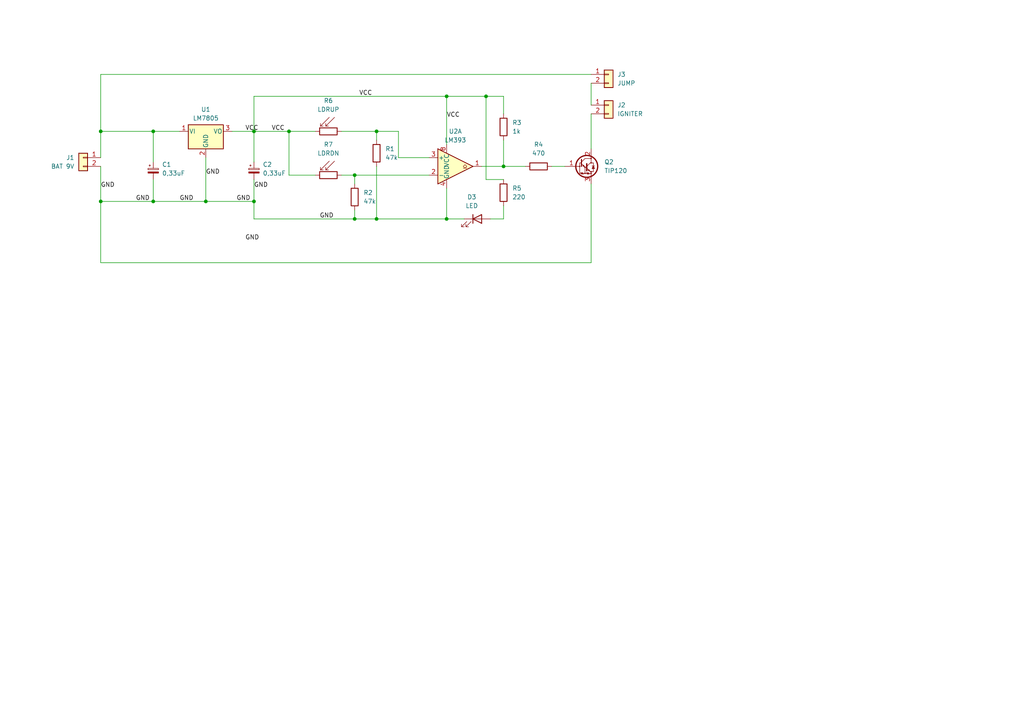
<source format=kicad_sch>
(kicad_sch
	(version 20250114)
	(generator "eeschema")
	(generator_version "9.0")
	(uuid "ae093865-4f5b-4e6d-9eba-48d65543423e")
	(paper "A4")
	(lib_symbols
		(symbol "Comparator:LM393"
			(pin_names
				(offset 0.127)
			)
			(exclude_from_sim no)
			(in_bom yes)
			(on_board yes)
			(property "Reference" "U2"
				(at 0 10.16 0)
				(effects
					(font
						(size 1.27 1.27)
					)
				)
			)
			(property "Value" "LM393"
				(at 0 7.62 0)
				(effects
					(font
						(size 1.27 1.27)
					)
				)
			)
			(property "Footprint" "Package_DIP:DIP-8_W7.62mm_Socket_LongPads"
				(at 0 0 0)
				(effects
					(font
						(size 1.27 1.27)
					)
					(hide yes)
				)
			)
			(property "Datasheet" "http://www.ti.com/lit/ds/symlink/lm393.pdf"
				(at 0 0 0)
				(effects
					(font
						(size 1.27 1.27)
					)
					(hide yes)
				)
			)
			(property "Description" "Low-Power, Low-Offset Voltage, Dual Comparators, DIP-8/SOIC-8/TO-99-8"
				(at 0 0 0)
				(effects
					(font
						(size 1.27 1.27)
					)
					(hide yes)
				)
			)
			(property "ki_locked" ""
				(at 0 0 0)
				(effects
					(font
						(size 1.27 1.27)
					)
				)
			)
			(property "ki_keywords" "cmp open collector"
				(at 0 0 0)
				(effects
					(font
						(size 1.27 1.27)
					)
					(hide yes)
				)
			)
			(property "ki_fp_filters" "SOIC*3.9x4.9mm*P1.27mm* DIP*W7.62mm* SOP*5.28x5.23mm*P1.27mm* VSSOP*3x3mm*P0.65mm* TSSOP*4.4x3mm*P0.65mm*"
				(at 0 0 0)
				(effects
					(font
						(size 1.27 1.27)
					)
					(hide yes)
				)
			)
			(symbol "LM393_1_1"
				(polyline
					(pts
						(xy -5.08 5.08) (xy 5.08 0) (xy -5.08 -5.08) (xy -5.08 5.08)
					)
					(stroke
						(width 0.254)
						(type default)
					)
					(fill
						(type background)
					)
				)
				(polyline
					(pts
						(xy 3.302 -0.508) (xy 2.794 -0.508) (xy 3.302 0) (xy 2.794 0.508) (xy 2.286 0) (xy 2.794 -0.508)
						(xy 2.286 -0.508)
					)
					(stroke
						(width 0.127)
						(type default)
					)
					(fill
						(type none)
					)
				)
				(pin input line
					(at -7.62 2.54 0)
					(length 2.54)
					(name "+"
						(effects
							(font
								(size 1.27 1.27)
							)
						)
					)
					(number "3"
						(effects
							(font
								(size 1.27 1.27)
							)
						)
					)
				)
				(pin input line
					(at -7.62 -2.54 0)
					(length 2.54)
					(name "-"
						(effects
							(font
								(size 1.27 1.27)
							)
						)
					)
					(number "2"
						(effects
							(font
								(size 1.27 1.27)
							)
						)
					)
				)
				(pin power_in line
					(at -2.54 6.35 270)
					(length 2.54)
					(name "VCC"
						(effects
							(font
								(size 1.27 1.27)
							)
						)
					)
					(number "8"
						(effects
							(font
								(size 1.27 1.27)
							)
						)
					)
				)
				(pin power_out line
					(at -2.54 -6.35 90)
					(length 2.54)
					(name "GND"
						(effects
							(font
								(size 1.27 1.27)
							)
						)
					)
					(number "4"
						(effects
							(font
								(size 1.27 1.27)
							)
						)
					)
				)
				(pin open_collector line
					(at 7.62 0 180)
					(length 2.54)
					(name "~"
						(effects
							(font
								(size 1.27 1.27)
							)
						)
					)
					(number "1"
						(effects
							(font
								(size 1.27 1.27)
							)
						)
					)
				)
			)
			(symbol "LM393_2_1"
				(polyline
					(pts
						(xy -5.08 5.08) (xy 5.08 0) (xy -5.08 -5.08) (xy -5.08 5.08)
					)
					(stroke
						(width 0.254)
						(type default)
					)
					(fill
						(type background)
					)
				)
				(polyline
					(pts
						(xy 3.302 -0.508) (xy 2.794 -0.508) (xy 3.302 0) (xy 2.794 0.508) (xy 2.286 0) (xy 2.794 -0.508)
						(xy 2.286 -0.508)
					)
					(stroke
						(width 0.127)
						(type default)
					)
					(fill
						(type none)
					)
				)
				(pin input line
					(at -7.62 2.54 0)
					(length 2.54)
					(name "+"
						(effects
							(font
								(size 1.27 1.27)
							)
						)
					)
					(number "5"
						(effects
							(font
								(size 1.27 1.27)
							)
						)
					)
				)
				(pin input line
					(at -7.62 -2.54 0)
					(length 2.54)
					(name "-"
						(effects
							(font
								(size 1.27 1.27)
							)
						)
					)
					(number "6"
						(effects
							(font
								(size 1.27 1.27)
							)
						)
					)
				)
				(pin open_collector line
					(at 7.62 0 180)
					(length 2.54)
					(name "~"
						(effects
							(font
								(size 1.27 1.27)
							)
						)
					)
					(number "7"
						(effects
							(font
								(size 1.27 1.27)
							)
						)
					)
				)
			)
			(symbol "LM393_3_1"
				(pin power_in line
					(at -2.54 7.62 270)
					(length 3.81)
					(name "V+"
						(effects
							(font
								(size 1.27 1.27)
							)
						)
					)
					(number "8"
						(effects
							(font
								(size 1.27 1.27)
							)
						)
					)
				)
				(pin power_in line
					(at -2.54 -7.62 90)
					(length 3.81)
					(name "V-"
						(effects
							(font
								(size 1.27 1.27)
							)
						)
					)
					(number "4"
						(effects
							(font
								(size 1.27 1.27)
							)
						)
					)
				)
			)
			(embedded_fonts no)
		)
		(symbol "Connector_Generic:Conn_01x02"
			(pin_names
				(offset 1.016)
				(hide yes)
			)
			(exclude_from_sim no)
			(in_bom yes)
			(on_board yes)
			(property "Reference" "J"
				(at 0 2.54 0)
				(effects
					(font
						(size 1.27 1.27)
					)
				)
			)
			(property "Value" "Conn_01x02"
				(at 0 -5.08 0)
				(effects
					(font
						(size 1.27 1.27)
					)
				)
			)
			(property "Footprint" ""
				(at 0 0 0)
				(effects
					(font
						(size 1.27 1.27)
					)
					(hide yes)
				)
			)
			(property "Datasheet" "~"
				(at 0 0 0)
				(effects
					(font
						(size 1.27 1.27)
					)
					(hide yes)
				)
			)
			(property "Description" "Generic connector, single row, 01x02, script generated (kicad-library-utils/schlib/autogen/connector/)"
				(at 0 0 0)
				(effects
					(font
						(size 1.27 1.27)
					)
					(hide yes)
				)
			)
			(property "ki_keywords" "connector"
				(at 0 0 0)
				(effects
					(font
						(size 1.27 1.27)
					)
					(hide yes)
				)
			)
			(property "ki_fp_filters" "Connector*:*_1x??_*"
				(at 0 0 0)
				(effects
					(font
						(size 1.27 1.27)
					)
					(hide yes)
				)
			)
			(symbol "Conn_01x02_1_1"
				(rectangle
					(start -1.27 1.27)
					(end 1.27 -3.81)
					(stroke
						(width 0.254)
						(type default)
					)
					(fill
						(type background)
					)
				)
				(rectangle
					(start -1.27 0.127)
					(end 0 -0.127)
					(stroke
						(width 0.1524)
						(type default)
					)
					(fill
						(type none)
					)
				)
				(rectangle
					(start -1.27 -2.413)
					(end 0 -2.667)
					(stroke
						(width 0.1524)
						(type default)
					)
					(fill
						(type none)
					)
				)
				(pin passive line
					(at -5.08 0 0)
					(length 3.81)
					(name "Pin_1"
						(effects
							(font
								(size 1.27 1.27)
							)
						)
					)
					(number "1"
						(effects
							(font
								(size 1.27 1.27)
							)
						)
					)
				)
				(pin passive line
					(at -5.08 -2.54 0)
					(length 3.81)
					(name "Pin_2"
						(effects
							(font
								(size 1.27 1.27)
							)
						)
					)
					(number "2"
						(effects
							(font
								(size 1.27 1.27)
							)
						)
					)
				)
			)
			(embedded_fonts no)
		)
		(symbol "Device:C_Polarized_Small"
			(pin_numbers
				(hide yes)
			)
			(pin_names
				(offset 0.254)
				(hide yes)
			)
			(exclude_from_sim no)
			(in_bom yes)
			(on_board yes)
			(property "Reference" "C"
				(at 0.254 1.778 0)
				(effects
					(font
						(size 1.27 1.27)
					)
					(justify left)
				)
			)
			(property "Value" "C_Polarized_Small"
				(at 0.254 -2.032 0)
				(effects
					(font
						(size 1.27 1.27)
					)
					(justify left)
				)
			)
			(property "Footprint" ""
				(at 0 0 0)
				(effects
					(font
						(size 1.27 1.27)
					)
					(hide yes)
				)
			)
			(property "Datasheet" "~"
				(at 0 0 0)
				(effects
					(font
						(size 1.27 1.27)
					)
					(hide yes)
				)
			)
			(property "Description" "Polarized capacitor, small symbol"
				(at 0 0 0)
				(effects
					(font
						(size 1.27 1.27)
					)
					(hide yes)
				)
			)
			(property "ki_keywords" "cap capacitor"
				(at 0 0 0)
				(effects
					(font
						(size 1.27 1.27)
					)
					(hide yes)
				)
			)
			(property "ki_fp_filters" "CP_*"
				(at 0 0 0)
				(effects
					(font
						(size 1.27 1.27)
					)
					(hide yes)
				)
			)
			(symbol "C_Polarized_Small_0_1"
				(rectangle
					(start -1.524 0.6858)
					(end 1.524 0.3048)
					(stroke
						(width 0)
						(type default)
					)
					(fill
						(type none)
					)
				)
				(rectangle
					(start -1.524 -0.3048)
					(end 1.524 -0.6858)
					(stroke
						(width 0)
						(type default)
					)
					(fill
						(type outline)
					)
				)
				(polyline
					(pts
						(xy -1.27 1.524) (xy -0.762 1.524)
					)
					(stroke
						(width 0)
						(type default)
					)
					(fill
						(type none)
					)
				)
				(polyline
					(pts
						(xy -1.016 1.27) (xy -1.016 1.778)
					)
					(stroke
						(width 0)
						(type default)
					)
					(fill
						(type none)
					)
				)
			)
			(symbol "C_Polarized_Small_1_1"
				(pin passive line
					(at 0 2.54 270)
					(length 1.8542)
					(name "~"
						(effects
							(font
								(size 1.27 1.27)
							)
						)
					)
					(number "1"
						(effects
							(font
								(size 1.27 1.27)
							)
						)
					)
				)
				(pin passive line
					(at 0 -2.54 90)
					(length 1.8542)
					(name "~"
						(effects
							(font
								(size 1.27 1.27)
							)
						)
					)
					(number "2"
						(effects
							(font
								(size 1.27 1.27)
							)
						)
					)
				)
			)
			(embedded_fonts no)
		)
		(symbol "Device:LED"
			(pin_numbers
				(hide yes)
			)
			(pin_names
				(offset 1.016)
				(hide yes)
			)
			(exclude_from_sim no)
			(in_bom yes)
			(on_board yes)
			(property "Reference" "D"
				(at 0 2.54 0)
				(effects
					(font
						(size 1.27 1.27)
					)
				)
			)
			(property "Value" "LED"
				(at 0 -2.54 0)
				(effects
					(font
						(size 1.27 1.27)
					)
				)
			)
			(property "Footprint" ""
				(at 0 0 0)
				(effects
					(font
						(size 1.27 1.27)
					)
					(hide yes)
				)
			)
			(property "Datasheet" "~"
				(at 0 0 0)
				(effects
					(font
						(size 1.27 1.27)
					)
					(hide yes)
				)
			)
			(property "Description" "Light emitting diode"
				(at 0 0 0)
				(effects
					(font
						(size 1.27 1.27)
					)
					(hide yes)
				)
			)
			(property "Sim.Pins" "1=K 2=A"
				(at 0 0 0)
				(effects
					(font
						(size 1.27 1.27)
					)
					(hide yes)
				)
			)
			(property "ki_keywords" "LED diode"
				(at 0 0 0)
				(effects
					(font
						(size 1.27 1.27)
					)
					(hide yes)
				)
			)
			(property "ki_fp_filters" "LED* LED_SMD:* LED_THT:*"
				(at 0 0 0)
				(effects
					(font
						(size 1.27 1.27)
					)
					(hide yes)
				)
			)
			(symbol "LED_0_1"
				(polyline
					(pts
						(xy -3.048 -0.762) (xy -4.572 -2.286) (xy -3.81 -2.286) (xy -4.572 -2.286) (xy -4.572 -1.524)
					)
					(stroke
						(width 0)
						(type default)
					)
					(fill
						(type none)
					)
				)
				(polyline
					(pts
						(xy -1.778 -0.762) (xy -3.302 -2.286) (xy -2.54 -2.286) (xy -3.302 -2.286) (xy -3.302 -1.524)
					)
					(stroke
						(width 0)
						(type default)
					)
					(fill
						(type none)
					)
				)
				(polyline
					(pts
						(xy -1.27 0) (xy 1.27 0)
					)
					(stroke
						(width 0)
						(type default)
					)
					(fill
						(type none)
					)
				)
				(polyline
					(pts
						(xy -1.27 -1.27) (xy -1.27 1.27)
					)
					(stroke
						(width 0.254)
						(type default)
					)
					(fill
						(type none)
					)
				)
				(polyline
					(pts
						(xy 1.27 -1.27) (xy 1.27 1.27) (xy -1.27 0) (xy 1.27 -1.27)
					)
					(stroke
						(width 0.254)
						(type default)
					)
					(fill
						(type none)
					)
				)
			)
			(symbol "LED_1_1"
				(pin passive line
					(at -3.81 0 0)
					(length 2.54)
					(name "K"
						(effects
							(font
								(size 1.27 1.27)
							)
						)
					)
					(number "1"
						(effects
							(font
								(size 1.27 1.27)
							)
						)
					)
				)
				(pin passive line
					(at 3.81 0 180)
					(length 2.54)
					(name "A"
						(effects
							(font
								(size 1.27 1.27)
							)
						)
					)
					(number "2"
						(effects
							(font
								(size 1.27 1.27)
							)
						)
					)
				)
			)
			(embedded_fonts no)
		)
		(symbol "Device:R"
			(pin_numbers
				(hide yes)
			)
			(pin_names
				(offset 0)
			)
			(exclude_from_sim no)
			(in_bom yes)
			(on_board yes)
			(property "Reference" "R"
				(at 2.032 0 90)
				(effects
					(font
						(size 1.27 1.27)
					)
				)
			)
			(property "Value" "R"
				(at 0 0 90)
				(effects
					(font
						(size 1.27 1.27)
					)
				)
			)
			(property "Footprint" ""
				(at -1.778 0 90)
				(effects
					(font
						(size 1.27 1.27)
					)
					(hide yes)
				)
			)
			(property "Datasheet" "~"
				(at 0 0 0)
				(effects
					(font
						(size 1.27 1.27)
					)
					(hide yes)
				)
			)
			(property "Description" "Resistor"
				(at 0 0 0)
				(effects
					(font
						(size 1.27 1.27)
					)
					(hide yes)
				)
			)
			(property "ki_keywords" "R res resistor"
				(at 0 0 0)
				(effects
					(font
						(size 1.27 1.27)
					)
					(hide yes)
				)
			)
			(property "ki_fp_filters" "R_*"
				(at 0 0 0)
				(effects
					(font
						(size 1.27 1.27)
					)
					(hide yes)
				)
			)
			(symbol "R_0_1"
				(rectangle
					(start -1.016 -2.54)
					(end 1.016 2.54)
					(stroke
						(width 0.254)
						(type default)
					)
					(fill
						(type none)
					)
				)
			)
			(symbol "R_1_1"
				(pin passive line
					(at 0 3.81 270)
					(length 1.27)
					(name "~"
						(effects
							(font
								(size 1.27 1.27)
							)
						)
					)
					(number "1"
						(effects
							(font
								(size 1.27 1.27)
							)
						)
					)
				)
				(pin passive line
					(at 0 -3.81 90)
					(length 1.27)
					(name "~"
						(effects
							(font
								(size 1.27 1.27)
							)
						)
					)
					(number "2"
						(effects
							(font
								(size 1.27 1.27)
							)
						)
					)
				)
			)
			(embedded_fonts no)
		)
		(symbol "Regulator_Linear:LM7805_TO220"
			(pin_names
				(offset 0.254)
			)
			(exclude_from_sim no)
			(in_bom yes)
			(on_board yes)
			(property "Reference" "U"
				(at -3.81 3.175 0)
				(effects
					(font
						(size 1.27 1.27)
					)
				)
			)
			(property "Value" "LM7805_TO220"
				(at 0 3.175 0)
				(effects
					(font
						(size 1.27 1.27)
					)
					(justify left)
				)
			)
			(property "Footprint" "Package_TO_SOT_THT:TO-220-3_Vertical"
				(at 0 5.715 0)
				(effects
					(font
						(size 1.27 1.27)
						(italic yes)
					)
					(hide yes)
				)
			)
			(property "Datasheet" "https://www.onsemi.cn/PowerSolutions/document/MC7800-D.PDF"
				(at 0 -1.27 0)
				(effects
					(font
						(size 1.27 1.27)
					)
					(hide yes)
				)
			)
			(property "Description" "Positive 1A 35V Linear Regulator, Fixed Output 5V, TO-220"
				(at 0 0 0)
				(effects
					(font
						(size 1.27 1.27)
					)
					(hide yes)
				)
			)
			(property "ki_keywords" "Voltage Regulator 1A Positive"
				(at 0 0 0)
				(effects
					(font
						(size 1.27 1.27)
					)
					(hide yes)
				)
			)
			(property "ki_fp_filters" "TO?220*"
				(at 0 0 0)
				(effects
					(font
						(size 1.27 1.27)
					)
					(hide yes)
				)
			)
			(symbol "LM7805_TO220_0_1"
				(rectangle
					(start -5.08 1.905)
					(end 5.08 -5.08)
					(stroke
						(width 0.254)
						(type default)
					)
					(fill
						(type background)
					)
				)
			)
			(symbol "LM7805_TO220_1_1"
				(pin power_in line
					(at -7.62 0 0)
					(length 2.54)
					(name "VI"
						(effects
							(font
								(size 1.27 1.27)
							)
						)
					)
					(number "1"
						(effects
							(font
								(size 1.27 1.27)
							)
						)
					)
				)
				(pin power_in line
					(at 0 -7.62 90)
					(length 2.54)
					(name "GND"
						(effects
							(font
								(size 1.27 1.27)
							)
						)
					)
					(number "2"
						(effects
							(font
								(size 1.27 1.27)
							)
						)
					)
				)
				(pin power_out line
					(at 7.62 0 180)
					(length 2.54)
					(name "VO"
						(effects
							(font
								(size 1.27 1.27)
							)
						)
					)
					(number "3"
						(effects
							(font
								(size 1.27 1.27)
							)
						)
					)
				)
			)
			(embedded_fonts no)
		)
		(symbol "Sensor_Optical:LDR03"
			(pin_numbers
				(hide yes)
			)
			(pin_names
				(offset 0)
			)
			(exclude_from_sim no)
			(in_bom yes)
			(on_board yes)
			(property "Reference" "R"
				(at -5.08 0 90)
				(effects
					(font
						(size 1.27 1.27)
					)
				)
			)
			(property "Value" "LDR03"
				(at 1.905 0 90)
				(effects
					(font
						(size 1.27 1.27)
					)
					(justify top)
				)
			)
			(property "Footprint" "OptoDevice:R_LDR_10x8.5mm_P7.6mm_Vertical"
				(at 4.445 0 90)
				(effects
					(font
						(size 1.27 1.27)
					)
					(hide yes)
				)
			)
			(property "Datasheet" "http://www.elektronica-componenten.nl/WebRoot/StoreNL/Shops/61422969/54F1/BA0C/C664/31B9/2173/C0A8/2AB9/2AEF/LDR03IMP.pdf"
				(at 0 -1.27 0)
				(effects
					(font
						(size 1.27 1.27)
					)
					(hide yes)
				)
			)
			(property "Description" "light dependent resistor"
				(at 0 0 0)
				(effects
					(font
						(size 1.27 1.27)
					)
					(hide yes)
				)
			)
			(property "ki_keywords" "light dependent photo resistor LDR"
				(at 0 0 0)
				(effects
					(font
						(size 1.27 1.27)
					)
					(hide yes)
				)
			)
			(property "ki_fp_filters" "R*LDR*10x8.5mm*P7.6mm*"
				(at 0 0 0)
				(effects
					(font
						(size 1.27 1.27)
					)
					(hide yes)
				)
			)
			(symbol "LDR03_0_1"
				(polyline
					(pts
						(xy -1.524 -0.762) (xy -4.064 1.778)
					)
					(stroke
						(width 0)
						(type default)
					)
					(fill
						(type none)
					)
				)
				(polyline
					(pts
						(xy -1.524 -0.762) (xy -2.286 -0.762)
					)
					(stroke
						(width 0)
						(type default)
					)
					(fill
						(type none)
					)
				)
				(polyline
					(pts
						(xy -1.524 -0.762) (xy -1.524 0)
					)
					(stroke
						(width 0)
						(type default)
					)
					(fill
						(type none)
					)
				)
				(polyline
					(pts
						(xy -1.524 -2.286) (xy -4.064 0.254)
					)
					(stroke
						(width 0)
						(type default)
					)
					(fill
						(type none)
					)
				)
				(polyline
					(pts
						(xy -1.524 -2.286) (xy -2.286 -2.286)
					)
					(stroke
						(width 0)
						(type default)
					)
					(fill
						(type none)
					)
				)
				(polyline
					(pts
						(xy -1.524 -2.286) (xy -1.524 -1.524)
					)
					(stroke
						(width 0)
						(type default)
					)
					(fill
						(type none)
					)
				)
				(rectangle
					(start -1.016 2.54)
					(end 1.016 -2.54)
					(stroke
						(width 0.254)
						(type default)
					)
					(fill
						(type none)
					)
				)
			)
			(symbol "LDR03_1_1"
				(pin passive line
					(at 0 3.81 270)
					(length 1.27)
					(name "~"
						(effects
							(font
								(size 1.27 1.27)
							)
						)
					)
					(number "1"
						(effects
							(font
								(size 1.27 1.27)
							)
						)
					)
				)
				(pin passive line
					(at 0 -3.81 90)
					(length 1.27)
					(name "~"
						(effects
							(font
								(size 1.27 1.27)
							)
						)
					)
					(number "2"
						(effects
							(font
								(size 1.27 1.27)
							)
						)
					)
				)
			)
			(embedded_fonts no)
		)
		(symbol "Transistor_BJT:TIP120"
			(pin_names
				(offset 0)
				(hide yes)
			)
			(exclude_from_sim no)
			(in_bom yes)
			(on_board yes)
			(property "Reference" "Q"
				(at 5.08 1.905 0)
				(effects
					(font
						(size 1.27 1.27)
					)
					(justify left)
				)
			)
			(property "Value" "TIP120"
				(at 5.08 0 0)
				(effects
					(font
						(size 1.27 1.27)
					)
					(justify left)
				)
			)
			(property "Footprint" "Package_TO_SOT_THT:TO-220-3_Vertical"
				(at 5.08 -1.905 0)
				(effects
					(font
						(size 1.27 1.27)
						(italic yes)
					)
					(justify left)
					(hide yes)
				)
			)
			(property "Datasheet" "https://www.onsemi.com/pub/Collateral/TIP120-D.PDF"
				(at 0 0 0)
				(effects
					(font
						(size 1.27 1.27)
					)
					(justify left)
					(hide yes)
				)
			)
			(property "Description" "5A Ic, 60V Vce, Silicon Darlington Power NPN Transistor, TO-220"
				(at 0 0 0)
				(effects
					(font
						(size 1.27 1.27)
					)
					(hide yes)
				)
			)
			(property "ki_keywords" "Darlington Power NPN Transistor"
				(at 0 0 0)
				(effects
					(font
						(size 1.27 1.27)
					)
					(hide yes)
				)
			)
			(property "ki_fp_filters" "TO?220*"
				(at 0 0 0)
				(effects
					(font
						(size 1.27 1.27)
					)
					(hide yes)
				)
			)
			(symbol "TIP120_0_1"
				(polyline
					(pts
						(xy -1.27 0) (xy -0.889 0)
					)
					(stroke
						(width 0)
						(type default)
					)
					(fill
						(type none)
					)
				)
				(circle
					(center -0.762 0)
					(radius 0.127)
					(stroke
						(width 0)
						(type default)
					)
					(fill
						(type none)
					)
				)
				(polyline
					(pts
						(xy -0.254 2.032) (xy -0.254 0) (xy -0.254 0)
					)
					(stroke
						(width 0.3048)
						(type default)
					)
					(fill
						(type none)
					)
				)
				(polyline
					(pts
						(xy -0.254 1.27) (xy 0.762 2.286) (xy 2.54 2.286)
					)
					(stroke
						(width 0)
						(type default)
					)
					(fill
						(type none)
					)
				)
				(polyline
					(pts
						(xy -0.254 1.016) (xy -0.762 1.016) (xy -0.762 -2.032)
					)
					(stroke
						(width 0)
						(type default)
					)
					(fill
						(type none)
					)
				)
				(polyline
					(pts
						(xy -0.254 0.762) (xy 0.762 -0.254) (xy 1.27 -0.254)
					)
					(stroke
						(width 0)
						(type default)
					)
					(fill
						(type none)
					)
				)
				(polyline
					(pts
						(xy 0.635 -0.127) (xy 0.381 0.381) (xy 0.127 0.127) (xy 0.635 -0.127)
					)
					(stroke
						(width 0)
						(type default)
					)
					(fill
						(type none)
					)
				)
				(polyline
					(pts
						(xy 0.762 -0.254) (xy 0.762 -2.032) (xy 1.143 -2.032) (xy 1.27 -1.778) (xy 1.397 -2.286) (xy 1.524 -1.778)
						(xy 1.651 -2.286) (xy 1.778 -1.778) (xy 1.905 -2.286) (xy 2.032 -2.032) (xy 2.54 -2.032)
					)
					(stroke
						(width 0)
						(type default)
					)
					(fill
						(type none)
					)
				)
				(circle
					(center 0.762 -0.254)
					(radius 0.127)
					(stroke
						(width 0)
						(type default)
					)
					(fill
						(type none)
					)
				)
				(polyline
					(pts
						(xy 0.762 -2.032) (xy 0.381 -2.032) (xy 0.254 -2.286) (xy 0.127 -1.778) (xy 0 -2.286) (xy -0.127 -1.778)
						(xy -0.254 -2.286) (xy -0.381 -1.778) (xy -0.508 -2.032) (xy -0.762 -2.032)
					)
					(stroke
						(width 0)
						(type default)
					)
					(fill
						(type none)
					)
				)
				(circle
					(center 0.762 -2.032)
					(radius 0.127)
					(stroke
						(width 0)
						(type default)
					)
					(fill
						(type none)
					)
				)
				(polyline
					(pts
						(xy 1.27 0.762) (xy 1.27 -1.27) (xy 1.27 -1.27)
					)
					(stroke
						(width 0.381)
						(type default)
					)
					(fill
						(type none)
					)
				)
				(polyline
					(pts
						(xy 1.27 0) (xy 2.286 1.016) (xy 2.54 1.016) (xy 2.54 2.286)
					)
					(stroke
						(width 0)
						(type default)
					)
					(fill
						(type none)
					)
				)
				(circle
					(center 1.27 0)
					(radius 3.175)
					(stroke
						(width 0.3556)
						(type default)
					)
					(fill
						(type none)
					)
				)
				(polyline
					(pts
						(xy 1.27 -0.508) (xy 2.286 -1.524) (xy 2.54 -1.524) (xy 2.54 -2.032)
					)
					(stroke
						(width 0)
						(type default)
					)
					(fill
						(type none)
					)
				)
				(polyline
					(pts
						(xy 2.159 -1.397) (xy 1.905 -0.889) (xy 1.651 -1.143) (xy 2.159 -1.397)
					)
					(stroke
						(width 0)
						(type default)
					)
					(fill
						(type none)
					)
				)
				(circle
					(center 2.54 2.286)
					(radius 0.127)
					(stroke
						(width 0)
						(type default)
					)
					(fill
						(type none)
					)
				)
				(circle
					(center 2.54 1.016)
					(radius 0.127)
					(stroke
						(width 0)
						(type default)
					)
					(fill
						(type none)
					)
				)
				(polyline
					(pts
						(xy 2.54 -1.524) (xy 3.175 -1.524)
					)
					(stroke
						(width 0)
						(type default)
					)
					(fill
						(type none)
					)
				)
				(circle
					(center 2.54 -1.524)
					(radius 0.127)
					(stroke
						(width 0)
						(type default)
					)
					(fill
						(type none)
					)
				)
				(polyline
					(pts
						(xy 2.54 -2.032) (xy 2.54 -2.54)
					)
					(stroke
						(width 0)
						(type default)
					)
					(fill
						(type none)
					)
				)
				(circle
					(center 2.54 -2.032)
					(radius 0.127)
					(stroke
						(width 0)
						(type default)
					)
					(fill
						(type none)
					)
				)
				(polyline
					(pts
						(xy 2.794 0.127) (xy 3.556 0.127)
					)
					(stroke
						(width 0)
						(type default)
					)
					(fill
						(type none)
					)
				)
				(polyline
					(pts
						(xy 3.175 1.016) (xy 2.54 1.016)
					)
					(stroke
						(width 0)
						(type default)
					)
					(fill
						(type none)
					)
				)
				(polyline
					(pts
						(xy 3.175 1.016) (xy 3.175 0.127)
					)
					(stroke
						(width 0)
						(type default)
					)
					(fill
						(type none)
					)
				)
				(polyline
					(pts
						(xy 3.175 0.127) (xy 2.794 -0.635) (xy 3.556 -0.635) (xy 3.175 0.127)
					)
					(stroke
						(width 0)
						(type default)
					)
					(fill
						(type outline)
					)
				)
				(polyline
					(pts
						(xy 3.175 -0.635) (xy 3.175 -1.524)
					)
					(stroke
						(width 0)
						(type default)
					)
					(fill
						(type none)
					)
				)
			)
			(symbol "TIP120_1_1"
				(pin input line
					(at -5.08 0 0)
					(length 3.81)
					(name "B"
						(effects
							(font
								(size 1.27 1.27)
							)
						)
					)
					(number "1"
						(effects
							(font
								(size 1.27 1.27)
							)
						)
					)
				)
				(pin passive line
					(at 2.54 5.08 270)
					(length 2.667)
					(name "C"
						(effects
							(font
								(size 1.27 1.27)
							)
						)
					)
					(number "2"
						(effects
							(font
								(size 1.27 1.27)
							)
						)
					)
				)
				(pin passive line
					(at 2.54 -5.08 90)
					(length 2.54)
					(name "E"
						(effects
							(font
								(size 1.27 1.27)
							)
						)
					)
					(number "3"
						(effects
							(font
								(size 1.27 1.27)
							)
						)
					)
				)
			)
			(embedded_fonts no)
		)
	)
	(junction
		(at 109.22 38.1)
		(diameter 0)
		(color 0 0 0 0)
		(uuid "02eddab8-c2e0-4bc6-9692-587bfb584b4b")
	)
	(junction
		(at 102.87 63.5)
		(diameter 0)
		(color 0 0 0 0)
		(uuid "0de06580-e5ba-43be-8eaf-1a48f5751e30")
	)
	(junction
		(at 140.97 27.94)
		(diameter 0)
		(color 0 0 0 0)
		(uuid "2ded4e7d-91ad-446d-8cd0-a3cabc7a4e0d")
	)
	(junction
		(at 59.69 58.42)
		(diameter 0)
		(color 0 0 0 0)
		(uuid "4058ae07-02d2-4568-b282-80a13ef4cdaf")
	)
	(junction
		(at 44.45 58.42)
		(diameter 0)
		(color 0 0 0 0)
		(uuid "416fb3b4-b385-4e9b-954f-77310d16b73e")
	)
	(junction
		(at 129.54 63.5)
		(diameter 0)
		(color 0 0 0 0)
		(uuid "4743296f-805b-4787-8562-94bdd9f1988c")
	)
	(junction
		(at 129.54 27.94)
		(diameter 0)
		(color 0 0 0 0)
		(uuid "5b8efa70-88e2-498f-99ae-c7f4e551c672")
	)
	(junction
		(at 29.21 38.1)
		(diameter 0)
		(color 0 0 0 0)
		(uuid "63b3ed4e-d015-400f-a067-ecfa106bd26b")
	)
	(junction
		(at 44.45 38.1)
		(diameter 0)
		(color 0 0 0 0)
		(uuid "84be01e5-4738-4816-99b1-02c192242f61")
	)
	(junction
		(at 83.82 38.1)
		(diameter 0)
		(color 0 0 0 0)
		(uuid "8b0a6565-2976-4aed-baff-7a11960c9305")
	)
	(junction
		(at 29.21 58.42)
		(diameter 0)
		(color 0 0 0 0)
		(uuid "8e742604-9d91-466c-919f-19990f698548")
	)
	(junction
		(at 73.66 58.42)
		(diameter 0)
		(color 0 0 0 0)
		(uuid "90632572-8385-4eae-926c-63e5a5f66ebb")
	)
	(junction
		(at 146.05 48.26)
		(diameter 0)
		(color 0 0 0 0)
		(uuid "a3dd9d94-1c20-4a6d-aab5-a02d5b39331f")
	)
	(junction
		(at 109.22 63.5)
		(diameter 0)
		(color 0 0 0 0)
		(uuid "b1d61dac-eff8-4b81-995e-e4257756278b")
	)
	(junction
		(at 73.66 38.1)
		(diameter 0)
		(color 0 0 0 0)
		(uuid "e64712ca-cb5f-4dca-a791-40ae8b91c365")
	)
	(junction
		(at 102.87 50.8)
		(diameter 0)
		(color 0 0 0 0)
		(uuid "f0feb628-a1fe-4ae3-afe5-ffd92e3c2a75")
	)
	(wire
		(pts
			(xy 109.22 63.5) (xy 129.54 63.5)
		)
		(stroke
			(width 0)
			(type default)
		)
		(uuid "05caec42-3011-4bd9-97f2-957839b2dfde")
	)
	(wire
		(pts
			(xy 73.66 63.5) (xy 102.87 63.5)
		)
		(stroke
			(width 0)
			(type default)
		)
		(uuid "05f55a8f-37e3-4c89-ad5e-2a763b8d898c")
	)
	(wire
		(pts
			(xy 129.54 27.94) (xy 140.97 27.94)
		)
		(stroke
			(width 0)
			(type default)
		)
		(uuid "078d6c20-af69-425b-b8cb-e48b2f987c90")
	)
	(wire
		(pts
			(xy 73.66 27.94) (xy 129.54 27.94)
		)
		(stroke
			(width 0)
			(type default)
		)
		(uuid "0c6158cb-b382-4717-ad5d-7866407938ca")
	)
	(wire
		(pts
			(xy 29.21 48.26) (xy 29.21 58.42)
		)
		(stroke
			(width 0)
			(type default)
		)
		(uuid "0e9e14b3-ff8e-4b5e-bfc7-b24d4d1d366b")
	)
	(wire
		(pts
			(xy 109.22 48.26) (xy 109.22 63.5)
		)
		(stroke
			(width 0)
			(type default)
		)
		(uuid "13fc3755-e027-4655-980c-c355d47a6a1f")
	)
	(wire
		(pts
			(xy 140.97 27.94) (xy 140.97 52.07)
		)
		(stroke
			(width 0)
			(type default)
		)
		(uuid "17b7230b-3405-4b73-8d22-7bcad3a064e6")
	)
	(wire
		(pts
			(xy 142.24 63.5) (xy 146.05 63.5)
		)
		(stroke
			(width 0)
			(type default)
		)
		(uuid "1cc6210c-718f-4f97-b695-51298b14ebbc")
	)
	(wire
		(pts
			(xy 29.21 21.59) (xy 171.45 21.59)
		)
		(stroke
			(width 0)
			(type default)
		)
		(uuid "22861e88-4dc3-46af-997d-33ea7c70dccf")
	)
	(wire
		(pts
			(xy 129.54 27.94) (xy 129.54 41.91)
		)
		(stroke
			(width 0)
			(type default)
		)
		(uuid "23126a8d-4740-46e4-9f0d-942fa4462080")
	)
	(wire
		(pts
			(xy 139.7 48.26) (xy 146.05 48.26)
		)
		(stroke
			(width 0)
			(type default)
		)
		(uuid "272b8238-ef5d-4798-9210-10dcbb6fe7ce")
	)
	(wire
		(pts
			(xy 160.02 48.26) (xy 163.83 48.26)
		)
		(stroke
			(width 0)
			(type default)
		)
		(uuid "27aee1f5-17d8-4cd7-8f73-0a2b421acd54")
	)
	(wire
		(pts
			(xy 83.82 38.1) (xy 91.44 38.1)
		)
		(stroke
			(width 0)
			(type default)
		)
		(uuid "2b4d8ca9-141b-4ca3-93d4-c3a17cb5b953")
	)
	(wire
		(pts
			(xy 102.87 63.5) (xy 109.22 63.5)
		)
		(stroke
			(width 0)
			(type default)
		)
		(uuid "2be771a9-e67a-4a38-a284-db92e77241e1")
	)
	(wire
		(pts
			(xy 102.87 50.8) (xy 102.87 53.34)
		)
		(stroke
			(width 0)
			(type default)
		)
		(uuid "2f9f23a3-258d-4f5a-9273-a0739d11387f")
	)
	(wire
		(pts
			(xy 115.57 38.1) (xy 115.57 45.72)
		)
		(stroke
			(width 0)
			(type default)
		)
		(uuid "2fbacbbc-aabb-4ecd-b9e8-a946c1536b85")
	)
	(wire
		(pts
			(xy 29.21 38.1) (xy 44.45 38.1)
		)
		(stroke
			(width 0)
			(type default)
		)
		(uuid "30681039-3783-4d54-a890-52f070dc3990")
	)
	(wire
		(pts
			(xy 59.69 45.72) (xy 59.69 58.42)
		)
		(stroke
			(width 0)
			(type default)
		)
		(uuid "33ce5e09-e6d8-4957-ad6f-f07695b5e56e")
	)
	(wire
		(pts
			(xy 73.66 58.42) (xy 73.66 52.07)
		)
		(stroke
			(width 0)
			(type default)
		)
		(uuid "35522814-34d6-4519-b63b-b8492eb9ebd0")
	)
	(wire
		(pts
			(xy 29.21 38.1) (xy 29.21 21.59)
		)
		(stroke
			(width 0)
			(type default)
		)
		(uuid "36afe1da-a09e-4d76-ad0a-7e5dd21d8b6b")
	)
	(wire
		(pts
			(xy 29.21 38.1) (xy 29.21 45.72)
		)
		(stroke
			(width 0)
			(type default)
		)
		(uuid "3d16f8c5-c7ae-4edc-8f91-14b0519bc4be")
	)
	(wire
		(pts
			(xy 146.05 27.94) (xy 146.05 33.02)
		)
		(stroke
			(width 0)
			(type default)
		)
		(uuid "40e377e2-c02b-4414-b65d-8e7f87e295c9")
	)
	(wire
		(pts
			(xy 91.44 50.8) (xy 83.82 50.8)
		)
		(stroke
			(width 0)
			(type default)
		)
		(uuid "4399e11f-ba41-4f63-ad5f-2d9806232328")
	)
	(wire
		(pts
			(xy 52.07 38.1) (xy 44.45 38.1)
		)
		(stroke
			(width 0)
			(type default)
		)
		(uuid "4e7f4852-23c9-4d31-b70c-361ad1361015")
	)
	(wire
		(pts
			(xy 146.05 63.5) (xy 146.05 59.69)
		)
		(stroke
			(width 0)
			(type default)
		)
		(uuid "53d4bdbe-0d47-49f7-b652-8eec84b6d526")
	)
	(wire
		(pts
			(xy 129.54 63.5) (xy 134.62 63.5)
		)
		(stroke
			(width 0)
			(type default)
		)
		(uuid "5fc8a0e4-f545-4fa8-a475-c7d12628645e")
	)
	(wire
		(pts
			(xy 29.21 76.2) (xy 171.45 76.2)
		)
		(stroke
			(width 0)
			(type default)
		)
		(uuid "60fe9534-fd98-45f6-9247-7a91cf0342f5")
	)
	(wire
		(pts
			(xy 29.21 58.42) (xy 29.21 76.2)
		)
		(stroke
			(width 0)
			(type default)
		)
		(uuid "72b455d0-5544-44ff-9c59-adae9b746c22")
	)
	(wire
		(pts
			(xy 59.69 58.42) (xy 73.66 58.42)
		)
		(stroke
			(width 0)
			(type default)
		)
		(uuid "73d57440-f64c-48b0-b2b7-b599d405352a")
	)
	(wire
		(pts
			(xy 109.22 38.1) (xy 109.22 40.64)
		)
		(stroke
			(width 0)
			(type default)
		)
		(uuid "7a3df8e5-7770-49c5-84a3-6eba4a023a1a")
	)
	(wire
		(pts
			(xy 102.87 60.96) (xy 102.87 63.5)
		)
		(stroke
			(width 0)
			(type default)
		)
		(uuid "7adcb497-2b25-4c21-8063-71fda5c2450e")
	)
	(wire
		(pts
			(xy 129.54 63.5) (xy 129.54 54.61)
		)
		(stroke
			(width 0)
			(type default)
		)
		(uuid "7d45f90e-fa5f-4e02-aebc-1602badda991")
	)
	(wire
		(pts
			(xy 171.45 24.13) (xy 171.45 30.48)
		)
		(stroke
			(width 0)
			(type default)
		)
		(uuid "825e337a-248a-4b85-a7d8-d429de121e78")
	)
	(wire
		(pts
			(xy 146.05 52.07) (xy 140.97 52.07)
		)
		(stroke
			(width 0)
			(type default)
		)
		(uuid "8cb1da3e-7668-4522-8fcf-41f89d6df494")
	)
	(wire
		(pts
			(xy 73.66 38.1) (xy 83.82 38.1)
		)
		(stroke
			(width 0)
			(type default)
		)
		(uuid "8d739fac-5979-46f8-853a-b866c456f4de")
	)
	(wire
		(pts
			(xy 171.45 76.2) (xy 171.45 53.34)
		)
		(stroke
			(width 0)
			(type default)
		)
		(uuid "93caf9ca-1475-45b2-a2f8-637f39ac91cb")
	)
	(wire
		(pts
			(xy 44.45 52.07) (xy 44.45 58.42)
		)
		(stroke
			(width 0)
			(type default)
		)
		(uuid "969b31bc-48a4-461e-a27d-5014ec5b9ca5")
	)
	(wire
		(pts
			(xy 140.97 27.94) (xy 146.05 27.94)
		)
		(stroke
			(width 0)
			(type default)
		)
		(uuid "969c8dc0-ec0d-4e5d-a51b-021e7677a21e")
	)
	(wire
		(pts
			(xy 115.57 45.72) (xy 124.46 45.72)
		)
		(stroke
			(width 0)
			(type default)
		)
		(uuid "9cf4ad0a-2a47-4426-bcfd-9daa21592d38")
	)
	(wire
		(pts
			(xy 73.66 58.42) (xy 73.66 63.5)
		)
		(stroke
			(width 0)
			(type default)
		)
		(uuid "a1e7c285-34e2-4d0c-ba3f-de72ba2645ba")
	)
	(wire
		(pts
			(xy 83.82 50.8) (xy 83.82 38.1)
		)
		(stroke
			(width 0)
			(type default)
		)
		(uuid "a5758ee4-3179-4ff5-9395-ad0005d1094a")
	)
	(wire
		(pts
			(xy 44.45 38.1) (xy 44.45 46.99)
		)
		(stroke
			(width 0)
			(type default)
		)
		(uuid "a6727b1d-604c-42a9-8d48-1b61cdeeef73")
	)
	(wire
		(pts
			(xy 99.06 38.1) (xy 109.22 38.1)
		)
		(stroke
			(width 0)
			(type default)
		)
		(uuid "aa5c44ed-44da-4fe1-8716-29ab21049d53")
	)
	(wire
		(pts
			(xy 109.22 38.1) (xy 115.57 38.1)
		)
		(stroke
			(width 0)
			(type default)
		)
		(uuid "b3393de9-c620-41df-b6eb-c5498d44d733")
	)
	(wire
		(pts
			(xy 146.05 48.26) (xy 146.05 40.64)
		)
		(stroke
			(width 0)
			(type default)
		)
		(uuid "b3af652b-9058-456b-ae0f-3c5e77f59005")
	)
	(wire
		(pts
			(xy 99.06 50.8) (xy 102.87 50.8)
		)
		(stroke
			(width 0)
			(type default)
		)
		(uuid "c1d64dc3-f400-45d3-bbc1-eccc547f1215")
	)
	(wire
		(pts
			(xy 44.45 58.42) (xy 59.69 58.42)
		)
		(stroke
			(width 0)
			(type default)
		)
		(uuid "c8c55784-79aa-495d-9fe5-ebc5eea43db1")
	)
	(wire
		(pts
			(xy 67.31 38.1) (xy 73.66 38.1)
		)
		(stroke
			(width 0)
			(type default)
		)
		(uuid "cb269c1f-c4f8-4ee1-8fbf-5e7590847c9f")
	)
	(wire
		(pts
			(xy 146.05 48.26) (xy 152.4 48.26)
		)
		(stroke
			(width 0)
			(type default)
		)
		(uuid "cd23064b-c84d-4e14-99f5-f3765734aa7f")
	)
	(wire
		(pts
			(xy 29.21 58.42) (xy 44.45 58.42)
		)
		(stroke
			(width 0)
			(type default)
		)
		(uuid "de51c335-a316-4ae8-ba7e-0827d8a18bb9")
	)
	(wire
		(pts
			(xy 102.87 50.8) (xy 124.46 50.8)
		)
		(stroke
			(width 0)
			(type default)
		)
		(uuid "e50bff96-22e4-4b53-b897-f88bc5d15a06")
	)
	(wire
		(pts
			(xy 171.45 33.02) (xy 171.45 43.18)
		)
		(stroke
			(width 0)
			(type default)
		)
		(uuid "e8ab542a-a46f-4b2b-88d2-77d1b383b4ce")
	)
	(wire
		(pts
			(xy 73.66 38.1) (xy 73.66 27.94)
		)
		(stroke
			(width 0)
			(type default)
		)
		(uuid "ee4fa818-5154-4b6a-8a4d-6c2623dbe19d")
	)
	(wire
		(pts
			(xy 73.66 38.1) (xy 73.66 46.99)
		)
		(stroke
			(width 0)
			(type default)
		)
		(uuid "fd8492cf-0319-4477-be7f-25026a42d349")
	)
	(label "VCC"
		(at 104.14 27.94 0)
		(effects
			(font
				(size 1.27 1.27)
			)
			(justify left bottom)
		)
		(uuid "051c1db4-d6e5-4775-9016-416d7a625f08")
	)
	(label "GND"
		(at 68.58 58.42 0)
		(effects
			(font
				(size 1.27 1.27)
			)
			(justify left bottom)
		)
		(uuid "10b884f2-620b-487e-b2f9-458d4cd7a218")
	)
	(label "GND"
		(at 59.69 50.8 0)
		(effects
			(font
				(size 1.27 1.27)
			)
			(justify left bottom)
		)
		(uuid "5270371f-c07d-49c7-ba8f-8e32210d275f")
	)
	(label "VCC"
		(at 129.54 34.29 0)
		(effects
			(font
				(size 1.27 1.27)
			)
			(justify left bottom)
		)
		(uuid "5c2e706d-ca04-4935-81ea-ec003c56aae8")
	)
	(label "VCC"
		(at 78.74 38.1 0)
		(effects
			(font
				(size 1.27 1.27)
			)
			(justify left bottom)
		)
		(uuid "70f4ce9b-ff05-43b0-808e-c99c2b5f3ed1")
	)
	(label "GND"
		(at 71.12 69.85 0)
		(effects
			(font
				(size 1.27 1.27)
			)
			(justify left bottom)
		)
		(uuid "73fe69ed-8b25-452d-ae56-4827e8098002")
	)
	(label "GND"
		(at 92.71 63.5 0)
		(effects
			(font
				(size 1.27 1.27)
			)
			(justify left bottom)
		)
		(uuid "96b68474-807f-4f80-9e10-b6b84820d130")
	)
	(label "GND"
		(at 29.21 54.61 0)
		(effects
			(font
				(size 1.27 1.27)
			)
			(justify left bottom)
		)
		(uuid "af6df981-909f-40a1-8ae5-28e8728cad06")
	)
	(label "GND"
		(at 39.37 58.42 0)
		(effects
			(font
				(size 1.27 1.27)
			)
			(justify left bottom)
		)
		(uuid "b3c24718-59fa-4133-9a34-d4ed7e4f3116")
	)
	(label "GND"
		(at 73.66 54.61 0)
		(effects
			(font
				(size 1.27 1.27)
			)
			(justify left bottom)
		)
		(uuid "b77fcd78-7848-4da2-a818-98fc936a8e5a")
	)
	(label "VCC"
		(at 71.12 38.1 0)
		(effects
			(font
				(size 1.27 1.27)
			)
			(justify left bottom)
		)
		(uuid "ca26b01d-7e83-4e92-8531-be4811e0f9b9")
	)
	(label "GND"
		(at 52.07 58.42 0)
		(effects
			(font
				(size 1.27 1.27)
			)
			(justify left bottom)
		)
		(uuid "df0b2be5-b019-42af-9765-9dd9a56c20c5")
	)
	(symbol
		(lib_id "Device:R")
		(at 156.21 48.26 90)
		(unit 1)
		(exclude_from_sim no)
		(in_bom yes)
		(on_board yes)
		(dnp no)
		(fields_autoplaced yes)
		(uuid "1673904d-d3bd-4e1e-a6b5-e3eec7427785")
		(property "Reference" "R4"
			(at 156.21 41.91 90)
			(effects
				(font
					(size 1.27 1.27)
				)
			)
		)
		(property "Value" "470"
			(at 156.21 44.45 90)
			(effects
				(font
					(size 1.27 1.27)
				)
			)
		)
		(property "Footprint" "Resistor_THT:R_Axial_DIN0204_L3.6mm_D1.6mm_P5.08mm_Horizontal"
			(at 156.21 50.038 90)
			(effects
				(font
					(size 1.27 1.27)
				)
				(hide yes)
			)
		)
		(property "Datasheet" "~"
			(at 156.21 48.26 0)
			(effects
				(font
					(size 1.27 1.27)
				)
				(hide yes)
			)
		)
		(property "Description" "Resistor"
			(at 156.21 48.26 0)
			(effects
				(font
					(size 1.27 1.27)
				)
				(hide yes)
			)
		)
		(pin "2"
			(uuid "4567dee3-88b5-405a-a898-cc9e84ae6a63")
		)
		(pin "1"
			(uuid "6ae277d0-7850-4d9f-bce8-8ccb17f358b4")
		)
		(instances
			(project "Save_Rocket_LM393"
				(path "/ae093865-4f5b-4e6d-9eba-48d65543423e"
					(reference "R4")
					(unit 1)
				)
			)
		)
	)
	(symbol
		(lib_id "Device:R")
		(at 146.05 55.88 0)
		(unit 1)
		(exclude_from_sim no)
		(in_bom yes)
		(on_board yes)
		(dnp no)
		(fields_autoplaced yes)
		(uuid "25ec9aeb-f140-487d-a98c-0bb65b9c54e3")
		(property "Reference" "R5"
			(at 148.59 54.6099 0)
			(effects
				(font
					(size 1.27 1.27)
				)
				(justify left)
			)
		)
		(property "Value" "220"
			(at 148.59 57.1499 0)
			(effects
				(font
					(size 1.27 1.27)
				)
				(justify left)
			)
		)
		(property "Footprint" "Resistor_THT:R_Axial_DIN0204_L3.6mm_D1.6mm_P5.08mm_Horizontal"
			(at 144.272 55.88 90)
			(effects
				(font
					(size 1.27 1.27)
				)
				(hide yes)
			)
		)
		(property "Datasheet" "~"
			(at 146.05 55.88 0)
			(effects
				(font
					(size 1.27 1.27)
				)
				(hide yes)
			)
		)
		(property "Description" "Resistor"
			(at 146.05 55.88 0)
			(effects
				(font
					(size 1.27 1.27)
				)
				(hide yes)
			)
		)
		(pin "1"
			(uuid "7fcd0984-3b9a-4c14-b9b0-4022b22e9475")
		)
		(pin "2"
			(uuid "df2e5096-952c-40fc-ae01-e2594e67bc1c")
		)
		(instances
			(project ""
				(path "/ae093865-4f5b-4e6d-9eba-48d65543423e"
					(reference "R5")
					(unit 1)
				)
			)
		)
	)
	(symbol
		(lib_id "Transistor_BJT:TIP120")
		(at 168.91 48.26 0)
		(unit 1)
		(exclude_from_sim no)
		(in_bom yes)
		(on_board yes)
		(dnp no)
		(fields_autoplaced yes)
		(uuid "301f17ff-9736-4c97-b8dc-e4682bdcdfdc")
		(property "Reference" "Q2"
			(at 175.26 46.9899 0)
			(effects
				(font
					(size 1.27 1.27)
				)
				(justify left)
			)
		)
		(property "Value" "TIP120"
			(at 175.26 49.5299 0)
			(effects
				(font
					(size 1.27 1.27)
				)
				(justify left)
			)
		)
		(property "Footprint" "Package_TO_SOT_THT:TO-220-3_Horizontal_TabDown"
			(at 173.99 50.165 0)
			(effects
				(font
					(size 1.27 1.27)
					(italic yes)
				)
				(justify left)
				(hide yes)
			)
		)
		(property "Datasheet" "https://www.onsemi.com/pub/Collateral/TIP120-D.PDF"
			(at 168.91 48.26 0)
			(effects
				(font
					(size 1.27 1.27)
				)
				(justify left)
				(hide yes)
			)
		)
		(property "Description" "5A Ic, 60V Vce, Silicon Darlington Power NPN Transistor, TO-220"
			(at 168.91 48.26 0)
			(effects
				(font
					(size 1.27 1.27)
				)
				(hide yes)
			)
		)
		(pin "2"
			(uuid "8aec5bc7-4bad-4590-9b58-e025c65d7e4b")
		)
		(pin "3"
			(uuid "1b56e4aa-ef44-4e0c-95fb-c57eba3ce7b5")
		)
		(pin "1"
			(uuid "fce490b4-393e-4a7b-ae95-7df3c8236001")
		)
		(instances
			(project ""
				(path "/ae093865-4f5b-4e6d-9eba-48d65543423e"
					(reference "Q2")
					(unit 1)
				)
			)
		)
	)
	(symbol
		(lib_id "Comparator:LM393")
		(at 132.08 48.26 0)
		(unit 1)
		(exclude_from_sim no)
		(in_bom yes)
		(on_board yes)
		(dnp no)
		(fields_autoplaced yes)
		(uuid "457d72f1-5f3d-4388-bb70-76975e5421e0")
		(property "Reference" "U2"
			(at 132.08 38.1 0)
			(effects
				(font
					(size 1.27 1.27)
				)
			)
		)
		(property "Value" "LM393"
			(at 132.08 40.64 0)
			(effects
				(font
					(size 1.27 1.27)
				)
			)
		)
		(property "Footprint" "Library:DIP-8_296_ELL"
			(at 132.08 48.26 0)
			(effects
				(font
					(size 1.27 1.27)
				)
				(hide yes)
			)
		)
		(property "Datasheet" "http://www.ti.com/lit/ds/symlink/lm393.pdf"
			(at 132.08 48.26 0)
			(effects
				(font
					(size 1.27 1.27)
				)
				(hide yes)
			)
		)
		(property "Description" "Low-Power, Low-Offset Voltage, Dual Comparators, DIP-8/SOIC-8/TO-99-8"
			(at 132.08 48.26 0)
			(effects
				(font
					(size 1.27 1.27)
				)
				(hide yes)
			)
		)
		(pin "1"
			(uuid "3d38a114-82e5-47d2-a0ce-f573dab92c19")
		)
		(pin "3"
			(uuid "9ec2ff15-0b78-468c-8743-5b16ca1c3af3")
		)
		(pin "2"
			(uuid "f56f7ff3-a2dd-45dd-9098-fa3d3693338e")
		)
		(pin "5"
			(uuid "49378a87-92f9-4008-87fe-d6d0e3b9e490")
		)
		(pin "6"
			(uuid "27f3a0ec-d4d6-42af-bc96-238582f70472")
		)
		(pin "7"
			(uuid "2f8898df-29e7-4533-b131-bb969a2b8e15")
		)
		(pin "8"
			(uuid "92495a5e-104b-4e1a-8355-8b81b2fb557c")
		)
		(pin "4"
			(uuid "47b25cd7-584f-47bd-a0fc-f19ab1b3b486")
		)
		(pin "8"
			(uuid "517172c8-50a8-4d50-8e77-a94294b25aa9")
		)
		(pin "4"
			(uuid "e5fb6e3e-8e53-4c20-9577-16752c72095b")
		)
		(instances
			(project ""
				(path "/ae093865-4f5b-4e6d-9eba-48d65543423e"
					(reference "U2")
					(unit 1)
				)
			)
		)
	)
	(symbol
		(lib_id "Regulator_Linear:LM7805_TO220")
		(at 59.69 38.1 0)
		(unit 1)
		(exclude_from_sim no)
		(in_bom yes)
		(on_board yes)
		(dnp no)
		(fields_autoplaced yes)
		(uuid "58964010-6caa-4dc6-89ec-f7d63d6ad4f6")
		(property "Reference" "U1"
			(at 59.69 31.75 0)
			(effects
				(font
					(size 1.27 1.27)
				)
			)
		)
		(property "Value" "LM7805"
			(at 59.69 34.29 0)
			(effects
				(font
					(size 1.27 1.27)
				)
			)
		)
		(property "Footprint" "Package_TO_SOT_THT:TO-220-3_Horizontal_TabDown"
			(at 59.69 32.385 0)
			(effects
				(font
					(size 1.27 1.27)
					(italic yes)
				)
				(hide yes)
			)
		)
		(property "Datasheet" "https://www.onsemi.cn/PowerSolutions/document/MC7800-D.PDF"
			(at 59.69 39.37 0)
			(effects
				(font
					(size 1.27 1.27)
				)
				(hide yes)
			)
		)
		(property "Description" "Positive 1A 35V Linear Regulator, Fixed Output 5V, TO-220"
			(at 59.69 38.1 0)
			(effects
				(font
					(size 1.27 1.27)
				)
				(hide yes)
			)
		)
		(pin "3"
			(uuid "c2c6c40b-a027-4787-bfd6-089bc61f7143")
		)
		(pin "1"
			(uuid "ade1ad89-6a10-4e77-be07-67d62e1f74db")
		)
		(pin "2"
			(uuid "9e1162a7-d4f0-4d6a-8336-a528f32839a1")
		)
		(instances
			(project ""
				(path "/ae093865-4f5b-4e6d-9eba-48d65543423e"
					(reference "U1")
					(unit 1)
				)
			)
		)
	)
	(symbol
		(lib_id "Sensor_Optical:LDR03")
		(at 95.25 50.8 270)
		(unit 1)
		(exclude_from_sim no)
		(in_bom yes)
		(on_board yes)
		(dnp no)
		(fields_autoplaced yes)
		(uuid "688bc0df-c79c-429f-99b8-ded3e985554b")
		(property "Reference" "R7"
			(at 95.25 41.91 90)
			(effects
				(font
					(size 1.27 1.27)
				)
			)
		)
		(property "Value" "LDRDN"
			(at 95.25 44.45 90)
			(effects
				(font
					(size 1.27 1.27)
				)
			)
		)
		(property "Footprint" "OptoDevice:R_LDR_5.1x4.3mm_P3.4mm_Vertical"
			(at 95.25 55.245 90)
			(effects
				(font
					(size 1.27 1.27)
				)
				(hide yes)
			)
		)
		(property "Datasheet" "http://www.elektronica-componenten.nl/WebRoot/StoreNL/Shops/61422969/54F1/BA0C/C664/31B9/2173/C0A8/2AB9/2AEF/LDR03IMP.pdf"
			(at 93.98 50.8 0)
			(effects
				(font
					(size 1.27 1.27)
				)
				(hide yes)
			)
		)
		(property "Description" "light dependent resistor"
			(at 95.25 50.8 0)
			(effects
				(font
					(size 1.27 1.27)
				)
				(hide yes)
			)
		)
		(pin "2"
			(uuid "bb681449-064d-46a1-9e52-77d0fcd6725b")
		)
		(pin "1"
			(uuid "17670e05-6f34-4219-a834-d2b0fefc74fc")
		)
		(instances
			(project ""
				(path "/ae093865-4f5b-4e6d-9eba-48d65543423e"
					(reference "R7")
					(unit 1)
				)
			)
		)
	)
	(symbol
		(lib_id "Device:C_Polarized_Small")
		(at 73.66 49.53 0)
		(unit 1)
		(exclude_from_sim no)
		(in_bom yes)
		(on_board yes)
		(dnp no)
		(fields_autoplaced yes)
		(uuid "7d01da18-0dcf-4bb0-9356-6332c4abffe7")
		(property "Reference" "C2"
			(at 76.2 47.7138 0)
			(effects
				(font
					(size 1.27 1.27)
				)
				(justify left)
			)
		)
		(property "Value" "0,33uF"
			(at 76.2 50.2538 0)
			(effects
				(font
					(size 1.27 1.27)
				)
				(justify left)
			)
		)
		(property "Footprint" "Capacitor_THT:CP_Radial_D4.0mm_P2.00mm"
			(at 73.66 49.53 0)
			(effects
				(font
					(size 1.27 1.27)
				)
				(hide yes)
			)
		)
		(property "Datasheet" "~"
			(at 73.66 49.53 0)
			(effects
				(font
					(size 1.27 1.27)
				)
				(hide yes)
			)
		)
		(property "Description" "Polarized capacitor, small symbol"
			(at 73.66 49.53 0)
			(effects
				(font
					(size 1.27 1.27)
				)
				(hide yes)
			)
		)
		(pin "2"
			(uuid "d24b410b-dddf-4d57-adc1-e68947b65d3a")
		)
		(pin "1"
			(uuid "43561906-b0fa-4921-bc85-7f90fcccecd7")
		)
		(instances
			(project "Save_Rocket_LM393"
				(path "/ae093865-4f5b-4e6d-9eba-48d65543423e"
					(reference "C2")
					(unit 1)
				)
			)
		)
	)
	(symbol
		(lib_id "Sensor_Optical:LDR03")
		(at 95.25 38.1 270)
		(unit 1)
		(exclude_from_sim no)
		(in_bom yes)
		(on_board yes)
		(dnp no)
		(fields_autoplaced yes)
		(uuid "8f13f226-c37c-4aa2-98e7-d41182228c13")
		(property "Reference" "R6"
			(at 95.25 29.21 90)
			(effects
				(font
					(size 1.27 1.27)
				)
			)
		)
		(property "Value" "LDRUP"
			(at 95.25 31.75 90)
			(effects
				(font
					(size 1.27 1.27)
				)
			)
		)
		(property "Footprint" "OptoDevice:R_LDR_5.1x4.3mm_P3.4mm_Vertical"
			(at 95.25 42.545 90)
			(effects
				(font
					(size 1.27 1.27)
				)
				(hide yes)
			)
		)
		(property "Datasheet" "http://www.elektronica-componenten.nl/WebRoot/StoreNL/Shops/61422969/54F1/BA0C/C664/31B9/2173/C0A8/2AB9/2AEF/LDR03IMP.pdf"
			(at 93.98 38.1 0)
			(effects
				(font
					(size 1.27 1.27)
				)
				(hide yes)
			)
		)
		(property "Description" "light dependent resistor"
			(at 95.25 38.1 0)
			(effects
				(font
					(size 1.27 1.27)
				)
				(hide yes)
			)
		)
		(pin "1"
			(uuid "1ce5f61f-e81d-4c4e-bf33-d7b6d9cb7736")
		)
		(pin "2"
			(uuid "485af76d-eae8-4f28-9f97-6113b5241e07")
		)
		(instances
			(project ""
				(path "/ae093865-4f5b-4e6d-9eba-48d65543423e"
					(reference "R6")
					(unit 1)
				)
			)
		)
	)
	(symbol
		(lib_id "Connector_Generic:Conn_01x02")
		(at 176.53 21.59 0)
		(unit 1)
		(exclude_from_sim no)
		(in_bom yes)
		(on_board yes)
		(dnp no)
		(fields_autoplaced yes)
		(uuid "95c7a3e9-679d-4d20-91f4-cdb59eda85bd")
		(property "Reference" "J3"
			(at 179.07 21.5899 0)
			(effects
				(font
					(size 1.27 1.27)
				)
				(justify left)
			)
		)
		(property "Value" "JUMP"
			(at 179.07 24.1299 0)
			(effects
				(font
					(size 1.27 1.27)
				)
				(justify left)
			)
		)
		(property "Footprint" "Button_Switch_THT:SW_DIP_SPSTx01_Slide_6.7x4.1mm_W7.62mm_P2.54mm_LowProfile"
			(at 176.53 21.59 0)
			(effects
				(font
					(size 1.27 1.27)
				)
				(hide yes)
			)
		)
		(property "Datasheet" "~"
			(at 176.53 21.59 0)
			(effects
				(font
					(size 1.27 1.27)
				)
				(hide yes)
			)
		)
		(property "Description" "Generic connector, single row, 01x02, script generated (kicad-library-utils/schlib/autogen/connector/)"
			(at 176.53 21.59 0)
			(effects
				(font
					(size 1.27 1.27)
				)
				(hide yes)
			)
		)
		(pin "2"
			(uuid "fe325461-08d4-4f75-9c7c-dbc3360b2a06")
		)
		(pin "1"
			(uuid "b635b8e1-88c4-42a9-9c27-1462e372a65a")
		)
		(instances
			(project "lm393_ldr_save_rocket"
				(path "/ae093865-4f5b-4e6d-9eba-48d65543423e"
					(reference "J3")
					(unit 1)
				)
			)
		)
	)
	(symbol
		(lib_id "Device:R")
		(at 146.05 36.83 0)
		(unit 1)
		(exclude_from_sim no)
		(in_bom yes)
		(on_board yes)
		(dnp no)
		(fields_autoplaced yes)
		(uuid "9e9d2a78-8771-45f4-89c7-f54ded58fd5c")
		(property "Reference" "R3"
			(at 148.59 35.5599 0)
			(effects
				(font
					(size 1.27 1.27)
				)
				(justify left)
			)
		)
		(property "Value" "1k"
			(at 148.59 38.0999 0)
			(effects
				(font
					(size 1.27 1.27)
				)
				(justify left)
			)
		)
		(property "Footprint" "Resistor_THT:R_Axial_DIN0204_L3.6mm_D1.6mm_P5.08mm_Horizontal"
			(at 144.272 36.83 90)
			(effects
				(font
					(size 1.27 1.27)
				)
				(hide yes)
			)
		)
		(property "Datasheet" "~"
			(at 146.05 36.83 0)
			(effects
				(font
					(size 1.27 1.27)
				)
				(hide yes)
			)
		)
		(property "Description" "Resistor"
			(at 146.05 36.83 0)
			(effects
				(font
					(size 1.27 1.27)
				)
				(hide yes)
			)
		)
		(pin "2"
			(uuid "c0e5f642-3798-40f7-bbbb-9c565e46419d")
		)
		(pin "1"
			(uuid "9a8ee5d4-aaa9-41a7-bdb3-350e974c6db4")
		)
		(instances
			(project "Save_Rocket_LM393"
				(path "/ae093865-4f5b-4e6d-9eba-48d65543423e"
					(reference "R3")
					(unit 1)
				)
			)
		)
	)
	(symbol
		(lib_id "Device:R")
		(at 109.22 44.45 0)
		(unit 1)
		(exclude_from_sim no)
		(in_bom yes)
		(on_board yes)
		(dnp no)
		(fields_autoplaced yes)
		(uuid "a1a8c4c3-e0e1-4339-82b0-395ca3bdba8f")
		(property "Reference" "R1"
			(at 111.76 43.1799 0)
			(effects
				(font
					(size 1.27 1.27)
				)
				(justify left)
			)
		)
		(property "Value" "47k"
			(at 111.76 45.7199 0)
			(effects
				(font
					(size 1.27 1.27)
				)
				(justify left)
			)
		)
		(property "Footprint" "Resistor_THT:R_Axial_DIN0204_L3.6mm_D1.6mm_P5.08mm_Horizontal"
			(at 107.442 44.45 90)
			(effects
				(font
					(size 1.27 1.27)
				)
				(hide yes)
			)
		)
		(property "Datasheet" "~"
			(at 109.22 44.45 0)
			(effects
				(font
					(size 1.27 1.27)
				)
				(hide yes)
			)
		)
		(property "Description" "Resistor"
			(at 109.22 44.45 0)
			(effects
				(font
					(size 1.27 1.27)
				)
				(hide yes)
			)
		)
		(pin "2"
			(uuid "a44aa4de-692c-483a-a774-d94f7a8a1077")
		)
		(pin "1"
			(uuid "e1a1595f-f211-4646-a1d2-f2a90302e26d")
		)
		(instances
			(project ""
				(path "/ae093865-4f5b-4e6d-9eba-48d65543423e"
					(reference "R1")
					(unit 1)
				)
			)
		)
	)
	(symbol
		(lib_id "Device:C_Polarized_Small")
		(at 44.45 49.53 0)
		(unit 1)
		(exclude_from_sim no)
		(in_bom yes)
		(on_board yes)
		(dnp no)
		(fields_autoplaced yes)
		(uuid "a8e0a315-ff56-40d9-a39f-36d2c9130ce5")
		(property "Reference" "C1"
			(at 46.99 47.7138 0)
			(effects
				(font
					(size 1.27 1.27)
				)
				(justify left)
			)
		)
		(property "Value" "0,33uF"
			(at 46.99 50.2538 0)
			(effects
				(font
					(size 1.27 1.27)
				)
				(justify left)
			)
		)
		(property "Footprint" "Capacitor_THT:CP_Radial_D4.0mm_P2.00mm"
			(at 44.45 49.53 0)
			(effects
				(font
					(size 1.27 1.27)
				)
				(hide yes)
			)
		)
		(property "Datasheet" "~"
			(at 44.45 49.53 0)
			(effects
				(font
					(size 1.27 1.27)
				)
				(hide yes)
			)
		)
		(property "Description" "Polarized capacitor, small symbol"
			(at 44.45 49.53 0)
			(effects
				(font
					(size 1.27 1.27)
				)
				(hide yes)
			)
		)
		(pin "2"
			(uuid "83a022cb-38b9-4a36-8d62-a5902a7dee77")
		)
		(pin "1"
			(uuid "58c59264-6e82-4cc3-863d-92daa24651eb")
		)
		(instances
			(project ""
				(path "/ae093865-4f5b-4e6d-9eba-48d65543423e"
					(reference "C1")
					(unit 1)
				)
			)
		)
	)
	(symbol
		(lib_id "Connector_Generic:Conn_01x02")
		(at 24.13 45.72 0)
		(mirror y)
		(unit 1)
		(exclude_from_sim no)
		(in_bom yes)
		(on_board yes)
		(dnp no)
		(uuid "bb76ab7f-eea5-4f83-9e27-a6bc63c46e04")
		(property "Reference" "J1"
			(at 21.59 45.7199 0)
			(effects
				(font
					(size 1.27 1.27)
				)
				(justify left)
			)
		)
		(property "Value" "BAT 9V"
			(at 21.59 48.2599 0)
			(effects
				(font
					(size 1.27 1.27)
				)
				(justify left)
			)
		)
		(property "Footprint" "Connector_BarrelJack:BarrelJack_GCT_DCJ200-10-A_Horizontal"
			(at 24.13 45.72 0)
			(effects
				(font
					(size 1.27 1.27)
				)
				(hide yes)
			)
		)
		(property "Datasheet" "~"
			(at 24.13 45.72 0)
			(effects
				(font
					(size 1.27 1.27)
				)
				(hide yes)
			)
		)
		(property "Description" "Generic connector, single row, 01x02, script generated (kicad-library-utils/schlib/autogen/connector/)"
			(at 24.13 45.72 0)
			(effects
				(font
					(size 1.27 1.27)
				)
				(hide yes)
			)
		)
		(pin "2"
			(uuid "f33e1944-e219-4db2-abd5-1197ecb23d84")
		)
		(pin "1"
			(uuid "fcb5c187-11cc-40a2-bf93-bf486fbb5aa7")
		)
		(instances
			(project ""
				(path "/ae093865-4f5b-4e6d-9eba-48d65543423e"
					(reference "J1")
					(unit 1)
				)
			)
		)
	)
	(symbol
		(lib_id "Device:R")
		(at 102.87 57.15 0)
		(unit 1)
		(exclude_from_sim no)
		(in_bom yes)
		(on_board yes)
		(dnp no)
		(fields_autoplaced yes)
		(uuid "bde26d46-431d-40fc-b848-ed1983acb514")
		(property "Reference" "R2"
			(at 105.41 55.8799 0)
			(effects
				(font
					(size 1.27 1.27)
				)
				(justify left)
			)
		)
		(property "Value" "47k"
			(at 105.41 58.4199 0)
			(effects
				(font
					(size 1.27 1.27)
				)
				(justify left)
			)
		)
		(property "Footprint" "Resistor_THT:R_Axial_DIN0204_L3.6mm_D1.6mm_P5.08mm_Horizontal"
			(at 101.092 57.15 90)
			(effects
				(font
					(size 1.27 1.27)
				)
				(hide yes)
			)
		)
		(property "Datasheet" "~"
			(at 102.87 57.15 0)
			(effects
				(font
					(size 1.27 1.27)
				)
				(hide yes)
			)
		)
		(property "Description" "Resistor"
			(at 102.87 57.15 0)
			(effects
				(font
					(size 1.27 1.27)
				)
				(hide yes)
			)
		)
		(pin "2"
			(uuid "a44aa4de-692c-483a-a774-d94f7a8a1078")
		)
		(pin "1"
			(uuid "e1a1595f-f211-4646-a1d2-f2a90302e26e")
		)
		(instances
			(project ""
				(path "/ae093865-4f5b-4e6d-9eba-48d65543423e"
					(reference "R2")
					(unit 1)
				)
			)
		)
	)
	(symbol
		(lib_id "Device:LED")
		(at 138.43 63.5 0)
		(unit 1)
		(exclude_from_sim no)
		(in_bom yes)
		(on_board yes)
		(dnp no)
		(fields_autoplaced yes)
		(uuid "e21f39bc-cef0-4beb-8549-532d66e0b031")
		(property "Reference" "D3"
			(at 136.8425 57.15 0)
			(effects
				(font
					(size 1.27 1.27)
				)
			)
		)
		(property "Value" "LED"
			(at 136.8425 59.69 0)
			(effects
				(font
					(size 1.27 1.27)
				)
			)
		)
		(property "Footprint" "LED_THT:LED_D5.0mm"
			(at 138.43 63.5 0)
			(effects
				(font
					(size 1.27 1.27)
				)
				(hide yes)
			)
		)
		(property "Datasheet" "~"
			(at 138.43 63.5 0)
			(effects
				(font
					(size 1.27 1.27)
				)
				(hide yes)
			)
		)
		(property "Description" "Light emitting diode"
			(at 138.43 63.5 0)
			(effects
				(font
					(size 1.27 1.27)
				)
				(hide yes)
			)
		)
		(property "Sim.Pins" "1=K 2=A"
			(at 138.43 63.5 0)
			(effects
				(font
					(size 1.27 1.27)
				)
				(hide yes)
			)
		)
		(pin "1"
			(uuid "bf4f2dda-c275-41f9-9e5a-a66d40987411")
		)
		(pin "2"
			(uuid "c18ef810-1340-415a-af38-6adf37893df6")
		)
		(instances
			(project ""
				(path "/ae093865-4f5b-4e6d-9eba-48d65543423e"
					(reference "D3")
					(unit 1)
				)
			)
		)
	)
	(symbol
		(lib_id "Connector_Generic:Conn_01x02")
		(at 176.53 30.48 0)
		(unit 1)
		(exclude_from_sim no)
		(in_bom yes)
		(on_board yes)
		(dnp no)
		(fields_autoplaced yes)
		(uuid "e2dd8685-b12d-42e8-bb92-f853da4fbe95")
		(property "Reference" "J2"
			(at 179.07 30.4799 0)
			(effects
				(font
					(size 1.27 1.27)
				)
				(justify left)
			)
		)
		(property "Value" "IGNITER"
			(at 179.07 33.0199 0)
			(effects
				(font
					(size 1.27 1.27)
				)
				(justify left)
			)
		)
		(property "Footprint" "TerminalBlock_Phoenix:TerminalBlock_Phoenix_MKDS-1,5-2-5.08_1x02_P5.08mm_Horizontal"
			(at 176.53 30.48 0)
			(effects
				(font
					(size 1.27 1.27)
				)
				(hide yes)
			)
		)
		(property "Datasheet" "~"
			(at 176.53 30.48 0)
			(effects
				(font
					(size 1.27 1.27)
				)
				(hide yes)
			)
		)
		(property "Description" "Generic connector, single row, 01x02, script generated (kicad-library-utils/schlib/autogen/connector/)"
			(at 176.53 30.48 0)
			(effects
				(font
					(size 1.27 1.27)
				)
				(hide yes)
			)
		)
		(pin "2"
			(uuid "b8d3c2fe-36d5-480d-a35f-c204cc525d41")
		)
		(pin "1"
			(uuid "65eb1a86-7e80-4590-8c17-b1b7eb6d3726")
		)
		(instances
			(project "Save_Rocket_LM393"
				(path "/ae093865-4f5b-4e6d-9eba-48d65543423e"
					(reference "J2")
					(unit 1)
				)
			)
		)
	)
	(sheet_instances
		(path "/"
			(page "1")
		)
	)
	(embedded_fonts no)
)

</source>
